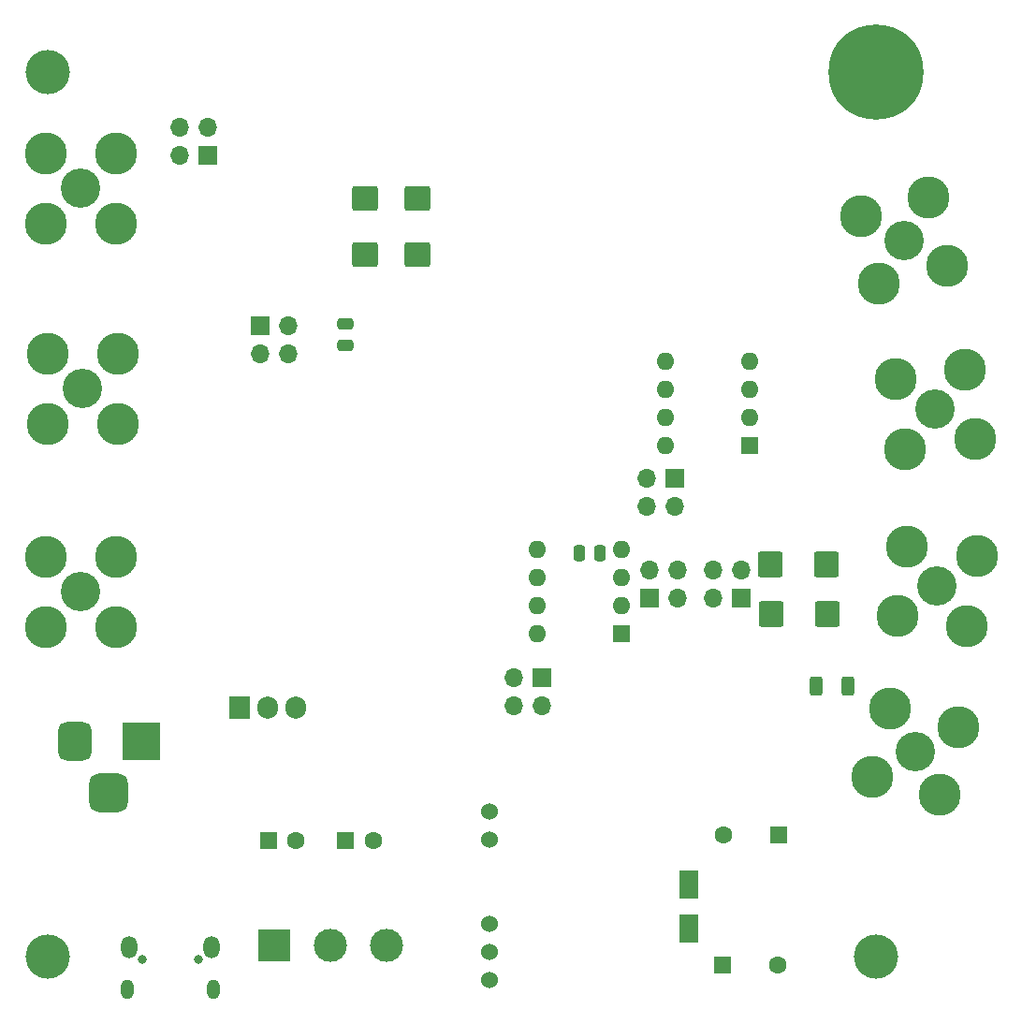
<source format=gbr>
%TF.GenerationSoftware,KiCad,Pcbnew,(6.0.0)*%
%TF.CreationDate,2022-01-09T15:16:55-05:00*%
%TF.ProjectId,Impedance_Analyzer_V2,496d7065-6461-46e6-9365-5f416e616c79,rev?*%
%TF.SameCoordinates,Original*%
%TF.FileFunction,Soldermask,Bot*%
%TF.FilePolarity,Negative*%
%FSLAX46Y46*%
G04 Gerber Fmt 4.6, Leading zero omitted, Abs format (unit mm)*
G04 Created by KiCad (PCBNEW (6.0.0)) date 2022-01-09 15:16:55*
%MOMM*%
%LPD*%
G01*
G04 APERTURE LIST*
G04 Aperture macros list*
%AMRoundRect*
0 Rectangle with rounded corners*
0 $1 Rounding radius*
0 $2 $3 $4 $5 $6 $7 $8 $9 X,Y pos of 4 corners*
0 Add a 4 corners polygon primitive as box body*
4,1,4,$2,$3,$4,$5,$6,$7,$8,$9,$2,$3,0*
0 Add four circle primitives for the rounded corners*
1,1,$1+$1,$2,$3*
1,1,$1+$1,$4,$5*
1,1,$1+$1,$6,$7*
1,1,$1+$1,$8,$9*
0 Add four rect primitives between the rounded corners*
20,1,$1+$1,$2,$3,$4,$5,0*
20,1,$1+$1,$4,$5,$6,$7,0*
20,1,$1+$1,$6,$7,$8,$9,0*
20,1,$1+$1,$8,$9,$2,$3,0*%
G04 Aperture macros list end*
%ADD10R,1.700000X1.700000*%
%ADD11O,1.700000X1.700000*%
%ADD12C,3.556000*%
%ADD13C,3.810000*%
%ADD14R,1.600000X1.600000*%
%ADD15O,1.600000X1.600000*%
%ADD16C,1.600000*%
%ADD17R,3.500000X3.500000*%
%ADD18RoundRect,0.750000X-0.750000X-1.000000X0.750000X-1.000000X0.750000X1.000000X-0.750000X1.000000X0*%
%ADD19RoundRect,0.875000X-0.875000X-0.875000X0.875000X-0.875000X0.875000X0.875000X-0.875000X0.875000X0*%
%ADD20O,0.800000X0.800000*%
%ADD21O,1.150000X1.800000*%
%ADD22O,1.450000X2.000000*%
%ADD23R,1.905000X2.000000*%
%ADD24O,1.905000X2.000000*%
%ADD25C,8.600000*%
%ADD26C,4.000000*%
%ADD27R,3.000000X3.000000*%
%ADD28C,3.000000*%
%ADD29C,1.524000*%
%ADD30RoundRect,0.250000X-0.475000X0.250000X-0.475000X-0.250000X0.475000X-0.250000X0.475000X0.250000X0*%
%ADD31RoundRect,0.250000X0.250000X0.475000X-0.250000X0.475000X-0.250000X-0.475000X0.250000X-0.475000X0*%
%ADD32RoundRect,0.250000X0.312500X0.625000X-0.312500X0.625000X-0.312500X-0.625000X0.312500X-0.625000X0*%
%ADD33RoundRect,0.250000X-0.925000X0.875000X-0.925000X-0.875000X0.925000X-0.875000X0.925000X0.875000X0*%
%ADD34RoundRect,0.250000X-0.875000X-0.925000X0.875000X-0.925000X0.875000X0.925000X-0.875000X0.925000X0*%
%ADD35R,1.800000X2.500000*%
G04 APERTURE END LIST*
D10*
%TO.C,J16*%
X94225000Y-80475000D03*
D11*
X96765000Y-80475000D03*
X94225000Y-83015000D03*
X96765000Y-83015000D03*
%TD*%
D10*
%TO.C,J15*%
X89540000Y-65040000D03*
D11*
X87000000Y-65040000D03*
X89540000Y-62500000D03*
X87000000Y-62500000D03*
%TD*%
D12*
%TO.C,J2*%
X78175000Y-86125000D03*
D13*
X75000000Y-82950000D03*
X81350000Y-89300000D03*
X75000000Y-89300000D03*
X81350000Y-82950000D03*
%TD*%
D12*
%TO.C,J6*%
X152500000Y-72750000D03*
D13*
X150254936Y-76638565D03*
X156388565Y-74995064D03*
X148611435Y-70504936D03*
X154745064Y-68861435D03*
%TD*%
D12*
%TO.C,J7*%
X153500000Y-119000000D03*
D13*
X151254936Y-115111435D03*
X149611435Y-121245064D03*
X155745064Y-122888565D03*
X157388565Y-116754936D03*
%TD*%
D14*
%TO.C,U3*%
X126950000Y-108300000D03*
D15*
X126950000Y-105760000D03*
X126950000Y-103220000D03*
X126950000Y-100680000D03*
X119330000Y-100680000D03*
X119330000Y-103220000D03*
X119330000Y-105760000D03*
X119330000Y-108300000D03*
%TD*%
D12*
%TO.C,J5*%
X155500000Y-104000000D03*
D13*
X159085976Y-101297773D03*
X158202227Y-107585976D03*
X151914024Y-106702227D03*
X152797773Y-100414024D03*
%TD*%
D12*
%TO.C,J4*%
X155325000Y-88000000D03*
D13*
X158027227Y-84414024D03*
X152622773Y-91585976D03*
X151739024Y-85297773D03*
X158910976Y-90702227D03*
%TD*%
D14*
%TO.C,U4*%
X138500000Y-91250000D03*
D15*
X138500000Y-88710000D03*
X138500000Y-86170000D03*
X138500000Y-83630000D03*
X130880000Y-83630000D03*
X130880000Y-86170000D03*
X130880000Y-88710000D03*
X130880000Y-91250000D03*
%TD*%
D14*
%TO.C,C4*%
X95000000Y-127000000D03*
D16*
X97500000Y-127000000D03*
%TD*%
D17*
%TO.C,J8*%
X83500000Y-118000000D03*
D18*
X77500000Y-118000000D03*
D19*
X80500000Y-122700000D03*
%TD*%
D20*
%TO.C,J9*%
X88625000Y-137750000D03*
X83625000Y-137750000D03*
D21*
X82250000Y-140500000D03*
X90000000Y-140500000D03*
D22*
X82400000Y-136700000D03*
X89850000Y-136700000D03*
%TD*%
D14*
%TO.C,C6*%
X102000000Y-127000000D03*
D16*
X104500000Y-127000000D03*
%TD*%
D23*
%TO.C,U5*%
X92420000Y-115000000D03*
D24*
X94960000Y-115000000D03*
X97500000Y-115000000D03*
%TD*%
D14*
%TO.C,C7*%
X141152651Y-126500000D03*
D16*
X136152651Y-126500000D03*
%TD*%
D14*
%TO.C,C9*%
X136097349Y-138250000D03*
D16*
X141097349Y-138250000D03*
%TD*%
D25*
%TO.C,H1*%
X150000000Y-57500000D03*
%TD*%
D26*
%TO.C,H2*%
X75000000Y-137500000D03*
%TD*%
%TO.C,H4*%
X150000000Y-137500000D03*
%TD*%
%TO.C,H3*%
X75000000Y-57500000D03*
%TD*%
D12*
%TO.C,J1*%
X78000000Y-68000000D03*
D13*
X74825000Y-64825000D03*
X81175000Y-64825000D03*
X81175000Y-71175000D03*
X74825000Y-71175000D03*
%TD*%
D27*
%TO.C,J11*%
X95500000Y-136500000D03*
D28*
X100580000Y-136500000D03*
X105660000Y-136500000D03*
%TD*%
D29*
%TO.C,Reg1*%
X115000000Y-124380000D03*
X115000000Y-126920000D03*
X115000000Y-134540000D03*
X115000000Y-137080000D03*
X115000000Y-139620000D03*
%TD*%
D10*
%TO.C,J13*%
X129500000Y-105040000D03*
D11*
X129500000Y-102500000D03*
X132040000Y-105040000D03*
X132040000Y-102500000D03*
%TD*%
D10*
%TO.C,J10*%
X119725000Y-112275000D03*
D11*
X119725000Y-114815000D03*
X117185000Y-112275000D03*
X117185000Y-114815000D03*
%TD*%
D12*
%TO.C,J3*%
X78000000Y-104500000D03*
D13*
X81175000Y-101325000D03*
X74825000Y-107675000D03*
X74825000Y-101325000D03*
X81175000Y-107675000D03*
%TD*%
D10*
%TO.C,J12*%
X131775000Y-94225000D03*
D11*
X131775000Y-96765000D03*
X129235000Y-94225000D03*
X129235000Y-96765000D03*
%TD*%
D10*
%TO.C,J14*%
X137775000Y-105040000D03*
D11*
X135235000Y-105040000D03*
X137775000Y-102500000D03*
X135235000Y-102500000D03*
%TD*%
D30*
%TO.C,C20*%
X102000000Y-80300000D03*
X102000000Y-82200000D03*
%TD*%
D31*
%TO.C,C21*%
X125000000Y-101000000D03*
X123100000Y-101000000D03*
%TD*%
D32*
%TO.C,R16*%
X147462500Y-113000000D03*
X144537500Y-113000000D03*
%TD*%
D33*
%TO.C,C12*%
X108500000Y-68950000D03*
X108500000Y-74050000D03*
%TD*%
%TO.C,C11*%
X103750000Y-68950000D03*
X103750000Y-74050000D03*
%TD*%
D34*
%TO.C,C13*%
X140400000Y-102000000D03*
X145500000Y-102000000D03*
%TD*%
%TO.C,C2*%
X140500000Y-106500000D03*
X145600000Y-106500000D03*
%TD*%
D35*
%TO.C,D6*%
X133000000Y-135000000D03*
X133000000Y-131000000D03*
%TD*%
M02*

</source>
